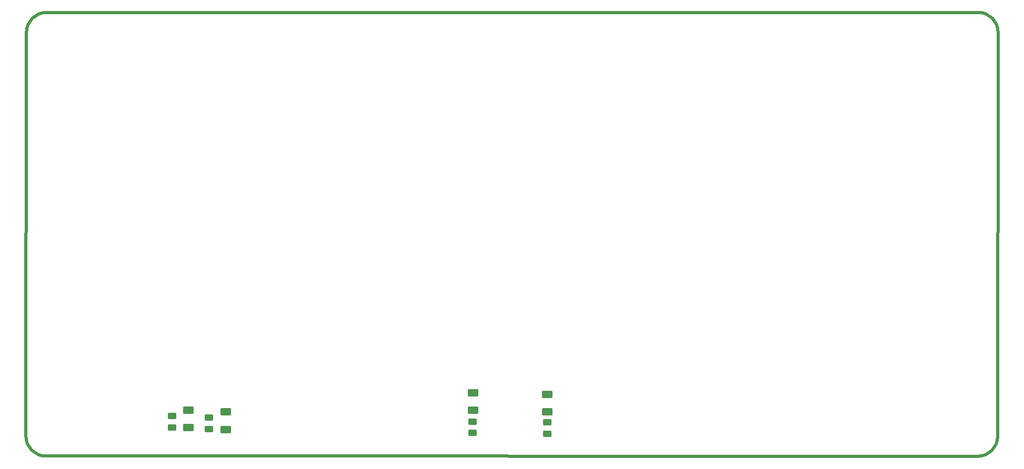
<source format=gbr>
%TF.GenerationSoftware,KiCad,Pcbnew,(7.0.0)*%
%TF.CreationDate,2023-11-24T18:14:14-05:00*%
%TF.ProjectId,C1,43312e6b-6963-4616-945f-706362585858,rev?*%
%TF.SameCoordinates,Original*%
%TF.FileFunction,Paste,Top*%
%TF.FilePolarity,Positive*%
%FSLAX46Y46*%
G04 Gerber Fmt 4.6, Leading zero omitted, Abs format (unit mm)*
G04 Created by KiCad (PCBNEW (7.0.0)) date 2023-11-24 18:14:14*
%MOMM*%
%LPD*%
G01*
G04 APERTURE LIST*
G04 Aperture macros list*
%AMRoundRect*
0 Rectangle with rounded corners*
0 $1 Rounding radius*
0 $2 $3 $4 $5 $6 $7 $8 $9 X,Y pos of 4 corners*
0 Add a 4 corners polygon primitive as box body*
4,1,4,$2,$3,$4,$5,$6,$7,$8,$9,$2,$3,0*
0 Add four circle primitives for the rounded corners*
1,1,$1+$1,$2,$3*
1,1,$1+$1,$4,$5*
1,1,$1+$1,$6,$7*
1,1,$1+$1,$8,$9*
0 Add four rect primitives between the rounded corners*
20,1,$1+$1,$2,$3,$4,$5,0*
20,1,$1+$1,$4,$5,$6,$7,0*
20,1,$1+$1,$6,$7,$8,$9,0*
20,1,$1+$1,$8,$9,$2,$3,0*%
G04 Aperture macros list end*
%ADD10RoundRect,0.250000X0.450000X-0.262500X0.450000X0.262500X-0.450000X0.262500X-0.450000X-0.262500X0*%
%ADD11RoundRect,0.250000X-0.625000X0.375000X-0.625000X-0.375000X0.625000X-0.375000X0.625000X0.375000X0*%
%ADD12RoundRect,0.250000X-0.450000X0.262500X-0.450000X-0.262500X0.450000X-0.262500X0.450000X0.262500X0*%
%TA.AperFunction,Profile*%
%ADD13C,0.500000*%
%TD*%
G04 APERTURE END LIST*
D10*
%TO.C,R3*%
X150930000Y-127662500D03*
X150930000Y-125837500D03*
%TD*%
D11*
%TO.C,D1*%
X139030000Y-121080000D03*
X139030000Y-123880000D03*
%TD*%
%TO.C,D2*%
X99210000Y-124180000D03*
X99210000Y-126980000D03*
%TD*%
%TO.C,D3*%
X150970000Y-121380000D03*
X150970000Y-124180000D03*
%TD*%
D12*
%TO.C,R4*%
X90590000Y-124857500D03*
X90590000Y-126682500D03*
%TD*%
%TO.C,R2*%
X96470000Y-125067500D03*
X96470000Y-126892500D03*
%TD*%
D10*
%TO.C,R1*%
X138920000Y-127552500D03*
X138920000Y-125727500D03*
%TD*%
D11*
%TO.C,D4*%
X93190000Y-123870000D03*
X93190000Y-126670000D03*
%TD*%
D13*
X220304937Y-59760063D02*
X220304937Y-59760063D01*
G75*
G02*
X223479937Y-62935063I-37J-3175037D01*
G01*
X223410000Y-128140000D01*
G75*
G02*
X220235000Y-131315000I-3175000J0D01*
G01*
X70240000Y-131280000D01*
G75*
G02*
X67065000Y-128105000I0J3175000D01*
G01*
X67150064Y-62955064D01*
G75*
G02*
X70325064Y-59780064I3174996J4D01*
G01*
X161070000Y-59795000D01*
X220304937Y-59760063D01*
M02*

</source>
